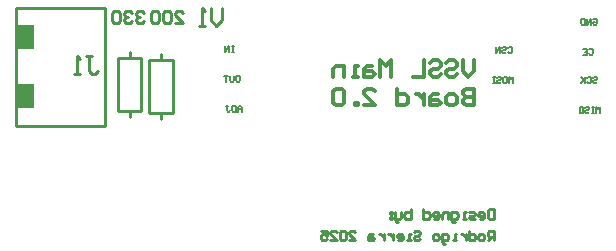
<source format=gbo>
%FSTAX23Y23*%
%MOIN*%
%SFA1B1*%

%IPPOS*%
%ADD11C,0.010000*%
%ADD12C,0.011811*%
%ADD13C,0.005905*%
%ADD34R,0.059055X0.078740*%
%ADD35R,0.059055X0.078740*%
%LNvssl_v2-1*%
%LPD*%
G54D11*
X01507Y01603D02*
Y01996D01*
Y01603D02*
X01802D01*
Y01996*
X01507D02*
X01802D01*
X01885Y01631D02*
Y01651D01*
Y01828D02*
Y01848D01*
X01845Y01651D02*
Y01828D01*
X01904*
X01924*
X01845Y01651D02*
X01924D01*
Y01828*
X0199Y01823D02*
Y01843D01*
Y01626D02*
Y01646D01*
X02029D02*
Y01823D01*
X0197Y01646D02*
X02029D01*
X0195D02*
X0197D01*
X0195Y01823D02*
X02029D01*
X0195Y01646D02*
Y01823D01*
X031Y01324D02*
Y01293D01*
X03084*
X03079Y01298*
Y01319*
X03084Y01324*
X031*
X03053Y01293D02*
X03063D01*
X03068Y01298*
Y01309*
X03063Y01314*
X03053*
X03047Y01309*
Y01303*
X03068*
X03037Y01293D02*
X03021D01*
X03016Y01298*
X03021Y01303*
X03032*
X03037Y01309*
X03032Y01314*
X03016*
X03005Y01293D02*
X02995D01*
X03*
Y01314*
X03005*
X02969Y01282D02*
X02963D01*
X02958Y01288*
Y01314*
X02974*
X02979Y01309*
Y01298*
X02974Y01293*
X02958*
X02948D02*
Y01314D01*
X02932*
X02927Y01309*
Y01293*
X029D02*
X02911D01*
X02916Y01298*
Y01309*
X02911Y01314*
X029*
X02895Y01309*
Y01303*
X02916*
X02864Y01324D02*
Y01293D01*
X02879*
X02885Y01298*
Y01309*
X02879Y01314*
X02864*
X02822Y01324D02*
Y01293D01*
X02806*
X02801Y01298*
Y01303*
Y01309*
X02806Y01314*
X02822*
X0279D02*
Y01298D01*
X02785Y01293*
X02769*
Y01288*
X02775Y01282*
X0278*
X02769Y01293D02*
Y01314D01*
X02759D02*
X02754D01*
Y01309*
X02759*
Y01314*
Y01298D02*
X02754D01*
Y01293*
X02759*
Y01298*
X031Y01221D02*
Y01252D01*
X03084*
X03079Y01247*
Y01236*
X03084Y01231*
X031*
X03089D02*
X03079Y01221D01*
X03063D02*
X03053D01*
X03047Y01226*
Y01236*
X03053Y01241*
X03063*
X03068Y01236*
Y01226*
X03063Y01221*
X03016Y01252D02*
Y01221D01*
X03032*
X03037Y01226*
Y01236*
X03032Y01241*
X03016*
X03005D02*
Y01221D01*
Y01231*
X03Y01236*
X02995Y01241*
X0299*
X02974Y01221D02*
X02963D01*
X02969*
Y01241*
X02974*
X02937Y0121D02*
X02932D01*
X02927Y01215*
Y01241*
X02942*
X02948Y01236*
Y01226*
X02942Y01221*
X02927*
X02911D02*
X029D01*
X02895Y01226*
Y01236*
X029Y01241*
X02911*
X02916Y01236*
Y01226*
X02911Y01221*
X02832Y01247D02*
X02838Y01252D01*
X02848*
X02853Y01247*
Y01241*
X02848Y01236*
X02838*
X02832Y01231*
Y01226*
X02838Y01221*
X02848*
X02853Y01226*
X02822Y01221D02*
X02811D01*
X02817*
Y01241*
X02822*
X0278Y01221D02*
X0279D01*
X02796Y01226*
Y01236*
X0279Y01241*
X0278*
X02775Y01236*
Y01231*
X02796*
X02764Y01241D02*
Y01221D01*
Y01231*
X02759Y01236*
X02754Y01241*
X02748*
X02733D02*
Y01221D01*
Y01231*
X02727Y01236*
X02722Y01241*
X02717*
X02696D02*
X02685D01*
X0268Y01236*
Y01221*
X02696*
X02701Y01226*
X02696Y01231*
X0268*
X02617Y01221D02*
X02638D01*
X02617Y01241*
Y01247*
X02622Y01252*
X02633*
X02638Y01247*
X02607D02*
X02601Y01252D01*
X02591*
X02586Y01247*
Y01226*
X02591Y01221*
X02601*
X02607Y01226*
Y01247*
X02554Y01221D02*
X02575D01*
X02554Y01241*
Y01247*
X02559Y01252*
X0257*
X02575Y01247*
X02523Y01252D02*
X02544D01*
Y01236*
X02533Y01241*
X02528*
X02523Y01236*
Y01226*
X02528Y01221*
X02538*
X02544Y01226*
X02194Y01994D02*
Y01955D01*
X02174Y01935*
X02155Y01955*
Y01994*
X02135Y01935D02*
X02115D01*
X02125*
Y01994*
X02135Y01984*
X01932Y01978D02*
X01925Y01984D01*
X01912*
X01906Y01978*
Y01971*
X01912Y01965*
X01919*
X01912*
X01906Y01958*
Y01951*
X01912Y01945*
X01925*
X01932Y01951*
X01893Y01978D02*
X01886Y01984D01*
X01873*
X01866Y01978*
Y01971*
X01873Y01965*
X0188*
X01873*
X01866Y01958*
Y01951*
X01873Y01945*
X01886*
X01893Y01951*
X01853Y01978D02*
X01847Y01984D01*
X01834*
X01827Y01978*
Y01951*
X01834Y01945*
X01847*
X01853Y01951*
Y01978*
X02036Y01945D02*
X02062D01*
X02036Y01971*
Y01978*
X02042Y01984*
X02055*
X02062Y01978*
X02023D02*
X02016Y01984D01*
X02003*
X01996Y01978*
Y01951*
X02003Y01945*
X02016*
X02023Y01951*
Y01978*
X01983D02*
X01977Y01984D01*
X01964*
X01957Y01978*
Y01951*
X01964Y01945*
X01977*
X01983Y01951*
Y01978*
X0174Y01834D02*
X01759D01*
X01749*
Y01785*
X01759Y01775*
X01769*
X01779Y01785*
X0172Y01775D02*
X017D01*
X0171*
Y01834*
X0172Y01824*
G54D12*
X03033Y01821D02*
Y01784D01*
X03014Y01766*
X02996Y01784*
Y01821*
X02941Y01812D02*
X0295Y01821D01*
X02968*
X02978Y01812*
Y01803*
X02968Y01793*
X0295*
X02941Y01784*
Y01775*
X0295Y01766*
X02968*
X02978Y01775*
X02886Y01812D02*
X02895Y01821D01*
X02913*
X02922Y01812*
Y01803*
X02913Y01793*
X02895*
X02886Y01784*
Y01775*
X02895Y01766*
X02913*
X02922Y01775*
X02867Y01821D02*
Y01766D01*
X02831*
X02757D02*
Y01821D01*
X02739Y01803*
X0272Y01821*
Y01766*
X02693Y01803D02*
X02675D01*
X02665Y01793*
Y01766*
X02693*
X02702Y01775*
X02693Y01784*
X02665*
X02647Y01766D02*
X02629D01*
X02638*
Y01803*
X02647*
X02601Y01766D02*
Y01803D01*
X02574*
X02564Y01793*
Y01766*
X03033Y01726D02*
Y01671D01*
X03005*
X02996Y0168*
Y0169*
X03005Y01699*
X03033*
X03005*
X02996Y01708*
Y01717*
X03005Y01726*
X03033*
X02968Y01671D02*
X0295D01*
X02941Y0168*
Y01699*
X0295Y01708*
X02968*
X02978Y01699*
Y0168*
X02968Y01671*
X02913Y01708D02*
X02895D01*
X02886Y01699*
Y01671*
X02913*
X02922Y0168*
X02913Y0169*
X02886*
X02867Y01708D02*
Y01671D01*
Y0169*
X02858Y01699*
X02849Y01708*
X0284*
X02776Y01726D02*
Y01671D01*
X02803*
X02812Y0168*
Y01699*
X02803Y01708*
X02776*
X02665Y01671D02*
X02702D01*
X02665Y01708*
Y01717*
X02675Y01726*
X02693*
X02702Y01717*
X02647Y01671D02*
Y0168D01*
X02638*
Y01671*
X02647*
X02601Y01717D02*
X02592Y01726D01*
X02574*
X02564Y01717*
Y0168*
X02574Y01671*
X02592*
X02601Y0168*
Y01717*
G54D13*
X02259Y0165D02*
Y01664D01*
X02252Y0167*
X02245Y01664*
Y0165*
Y0166*
X02259*
X02239Y0167D02*
Y0165D01*
X02229*
X02226Y01654*
Y01667*
X02229Y0167*
X02239*
X02206D02*
X02213D01*
X02209*
Y01654*
X02213Y0165*
X02216*
X02219Y01654*
X02244Y0177D02*
X0225D01*
X02254Y01767*
Y01754*
X0225Y0175*
X02244*
X0224Y01754*
Y01767*
X02244Y0177*
X02234D02*
Y01754D01*
X02231Y0175*
X02224*
X02221Y01754*
Y0177*
X02214D02*
X02201D01*
X02208*
Y0175*
X02234Y0187D02*
X02227D01*
X0223*
Y0185*
X02234*
X02227*
X02217D02*
Y0187D01*
X02204Y0185*
Y0187*
X03164Y01745D02*
Y01765D01*
X03157Y01759*
X0315Y01765*
Y01745*
X03134Y01765D02*
X03141D01*
X03144Y01762*
Y01749*
X03141Y01745*
X03134*
X03131Y01749*
Y01762*
X03134Y01765*
X03111Y01762D02*
X03114Y01765D01*
X03121*
X03124Y01762*
Y01759*
X03121Y01755*
X03114*
X03111Y01752*
Y01749*
X03114Y01745*
X03121*
X03124Y01749*
X03105Y01765D02*
X03098D01*
X03101*
Y01745*
X03105*
X03098*
X03145Y01862D02*
X03149Y01865D01*
X03155*
X03159Y01862*
Y01849*
X03155Y01845*
X03149*
X03145Y01849*
X03126Y01862D02*
X03129Y01865D01*
X03136*
X03139Y01862*
Y01859*
X03136Y01855*
X03129*
X03126Y01852*
Y01849*
X03129Y01845*
X03136*
X03139Y01849*
X03119Y01845D02*
Y01865D01*
X03106Y01845*
Y01865*
X0343Y01957D02*
X03434Y0196D01*
X0344*
X03444Y01957*
Y01944*
X0344Y0194*
X03434*
X0343Y01944*
Y0195*
X03437*
X03424Y0194D02*
Y0196D01*
X03411Y0194*
Y0196*
X03404D02*
Y0194D01*
X03394*
X03391Y01944*
Y01957*
X03394Y0196*
X03404*
X03415Y01857D02*
X03419Y0186D01*
X03425*
X03429Y01857*
Y01844*
X03425Y0184*
X03419*
X03415Y01844*
X03396Y0186D02*
X03409D01*
Y0184*
X03396*
X03409Y0185D02*
X03402D01*
X0343Y01762D02*
X03434Y01765D01*
X0344*
X03444Y01762*
Y01759*
X0344Y01755*
X03434*
X0343Y01752*
Y01749*
X03434Y01745*
X0344*
X03444Y01749*
X03411Y01762D02*
X03414Y01765D01*
X03421*
X03424Y01762*
Y01749*
X03421Y01745*
X03414*
X03411Y01749*
X03404Y01765D02*
Y01745D01*
Y01752*
X03391Y01765*
X03401Y01755*
X03391Y01745*
X03454Y01645D02*
Y01665D01*
X03447Y01659*
X0344Y01665*
Y01645*
X03434Y01665D02*
X03427D01*
X03431*
Y01645*
X03434*
X03427*
X03404Y01662D02*
X03408Y01665D01*
X03414*
X03418Y01662*
Y01659*
X03414Y01655*
X03408*
X03404Y01652*
Y01649*
X03408Y01645*
X03414*
X03418Y01649*
X03388Y01665D02*
X03395D01*
X03398Y01662*
Y01649*
X03395Y01645*
X03388*
X03385Y01649*
Y01662*
X03388Y01665*
G54D34*
X01536Y01898D03*
G54D35*
X01536Y01701D03*
M02*
</source>
